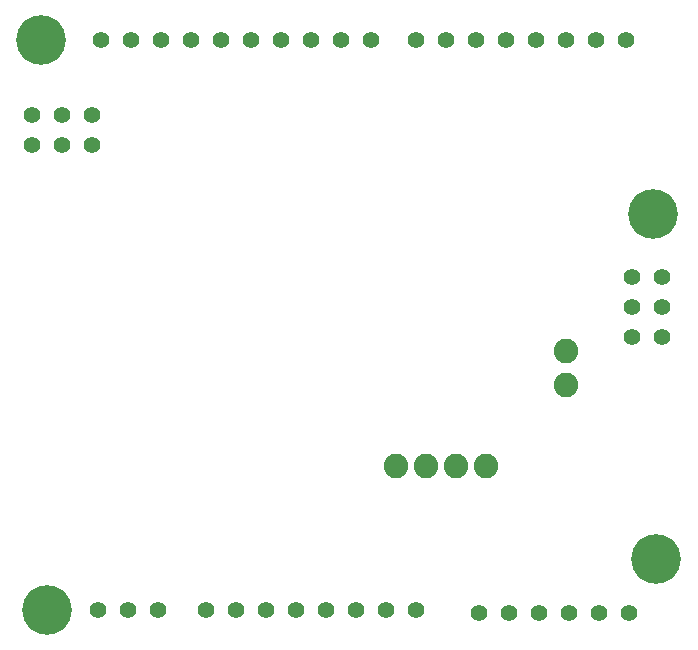
<source format=gbr>
%TF.GenerationSoftware,KiCad,Pcbnew,8.0.5*%
%TF.CreationDate,2024-11-06T15:04:28-06:00*%
%TF.ProjectId,ArduinoUnoR4Shield,41726475-696e-46f5-956e-6f5234536869,1.0*%
%TF.SameCoordinates,Original*%
%TF.FileFunction,Soldermask,Bot*%
%TF.FilePolarity,Negative*%
%FSLAX46Y46*%
G04 Gerber Fmt 4.6, Leading zero omitted, Abs format (unit mm)*
G04 Created by KiCad (PCBNEW 8.0.5) date 2024-11-06 15:04:28*
%MOMM*%
%LPD*%
G01*
G04 APERTURE LIST*
%ADD10C,4.199890*%
%ADD11C,1.422000*%
%ADD12C,2.082800*%
G04 APERTURE END LIST*
D10*
%TO.C,H1*%
X120650000Y-68580000D03*
%TD*%
D11*
%TO.C,U2*%
X134620000Y-116840000D03*
X137160000Y-116840000D03*
X139700000Y-116840000D03*
X142240000Y-116840000D03*
X144780000Y-116840000D03*
X147320000Y-116840000D03*
X149860000Y-116840000D03*
X152400000Y-116840000D03*
%TD*%
D10*
%TO.C,H4*%
X121158000Y-116840000D03*
%TD*%
D11*
%TO.C,U6*%
X152400000Y-68580000D03*
X154940000Y-68580000D03*
X157480000Y-68580000D03*
X160020000Y-68580000D03*
X162560000Y-68580000D03*
X165100000Y-68580000D03*
X167640000Y-68580000D03*
X170180000Y-68580000D03*
%TD*%
D10*
%TO.C,H2*%
X172466000Y-83312000D03*
%TD*%
D11*
%TO.C,U1*%
X125476000Y-116840000D03*
X128016000Y-116840000D03*
X130556000Y-116840000D03*
%TD*%
%TO.C,U3*%
X157734000Y-117094000D03*
X160274000Y-117094000D03*
X162814000Y-117094000D03*
X165354000Y-117094000D03*
X167894000Y-117094000D03*
X170434000Y-117094000D03*
%TD*%
D12*
%TO.C,J5*%
X165064800Y-97830400D03*
%TD*%
%TO.C,J3*%
X150664800Y-104650800D03*
X153204800Y-104650800D03*
X155744800Y-104650800D03*
X158284800Y-104650800D03*
%TD*%
D11*
%TO.C,U4*%
X119888000Y-77470000D03*
X119888000Y-74930000D03*
X122428000Y-77470000D03*
X122428000Y-74930000D03*
X124968000Y-77470000D03*
X124968000Y-74930000D03*
%TD*%
D10*
%TO.C,H3*%
X172720000Y-112522000D03*
%TD*%
D12*
%TO.C,J4*%
X165064800Y-94950800D03*
%TD*%
D11*
%TO.C,U7*%
X170688000Y-88646000D03*
X173228000Y-88646000D03*
X170688000Y-91186000D03*
X173228000Y-91186000D03*
X170688000Y-93726000D03*
X173228000Y-93726000D03*
%TD*%
%TO.C,U5*%
X125730000Y-68580000D03*
X128270000Y-68580000D03*
X130810000Y-68580000D03*
X133350000Y-68580000D03*
X135890000Y-68580000D03*
X138430000Y-68580000D03*
X140970000Y-68580000D03*
X143510000Y-68580000D03*
X146050000Y-68580000D03*
X148590000Y-68580000D03*
%TD*%
M02*

</source>
